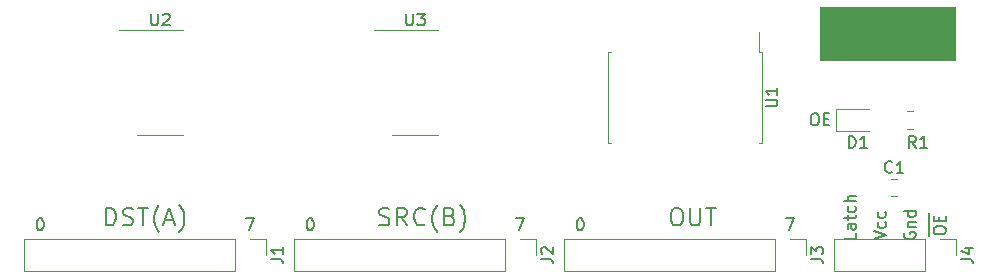
<source format=gbr>
G04 #@! TF.GenerationSoftware,KiCad,Pcbnew,(5.1.8)-1*
G04 #@! TF.CreationDate,2022-10-10T00:41:52+03:00*
G04 #@! TF.ProjectId,AND,414e442e-6b69-4636-9164-5f7063625858,rev?*
G04 #@! TF.SameCoordinates,Original*
G04 #@! TF.FileFunction,Legend,Top*
G04 #@! TF.FilePolarity,Positive*
%FSLAX46Y46*%
G04 Gerber Fmt 4.6, Leading zero omitted, Abs format (unit mm)*
G04 Created by KiCad (PCBNEW (5.1.8)-1) date 2022-10-10 00:41:52*
%MOMM*%
%LPD*%
G01*
G04 APERTURE LIST*
%ADD10C,0.100000*%
%ADD11C,0.150000*%
%ADD12C,0.200000*%
%ADD13C,0.120000*%
G04 APERTURE END LIST*
D10*
G36*
X140970000Y-47625000D02*
G01*
X129540000Y-47625000D01*
X129540000Y-43180000D01*
X140970000Y-43180000D01*
X140970000Y-47625000D01*
G37*
X140970000Y-47625000D02*
X129540000Y-47625000D01*
X129540000Y-43180000D01*
X140970000Y-43180000D01*
X140970000Y-47625000D01*
D11*
X128992380Y-52157380D02*
X129182857Y-52157380D01*
X129278095Y-52205000D01*
X129373333Y-52300238D01*
X129420952Y-52490714D01*
X129420952Y-52824047D01*
X129373333Y-53014523D01*
X129278095Y-53109761D01*
X129182857Y-53157380D01*
X128992380Y-53157380D01*
X128897142Y-53109761D01*
X128801904Y-53014523D01*
X128754285Y-52824047D01*
X128754285Y-52490714D01*
X128801904Y-52300238D01*
X128897142Y-52205000D01*
X128992380Y-52157380D01*
X129849523Y-52633571D02*
X130182857Y-52633571D01*
X130325714Y-53157380D02*
X129849523Y-53157380D01*
X129849523Y-52157380D01*
X130325714Y-52157380D01*
X136660000Y-62237857D02*
X136612380Y-62333095D01*
X136612380Y-62475952D01*
X136660000Y-62618809D01*
X136755238Y-62714047D01*
X136850476Y-62761666D01*
X137040952Y-62809285D01*
X137183809Y-62809285D01*
X137374285Y-62761666D01*
X137469523Y-62714047D01*
X137564761Y-62618809D01*
X137612380Y-62475952D01*
X137612380Y-62380714D01*
X137564761Y-62237857D01*
X137517142Y-62190238D01*
X137183809Y-62190238D01*
X137183809Y-62380714D01*
X136945714Y-61761666D02*
X137612380Y-61761666D01*
X137040952Y-61761666D02*
X136993333Y-61714047D01*
X136945714Y-61618809D01*
X136945714Y-61475952D01*
X136993333Y-61380714D01*
X137088571Y-61333095D01*
X137612380Y-61333095D01*
X137612380Y-60428333D02*
X136612380Y-60428333D01*
X137564761Y-60428333D02*
X137612380Y-60523571D01*
X137612380Y-60714047D01*
X137564761Y-60809285D01*
X137517142Y-60856904D01*
X137421904Y-60904523D01*
X137136190Y-60904523D01*
X137040952Y-60856904D01*
X136993333Y-60809285D01*
X136945714Y-60714047D01*
X136945714Y-60523571D01*
X136993333Y-60428333D01*
X134072380Y-62785476D02*
X135072380Y-62452142D01*
X134072380Y-62118809D01*
X135024761Y-61356904D02*
X135072380Y-61452142D01*
X135072380Y-61642619D01*
X135024761Y-61737857D01*
X134977142Y-61785476D01*
X134881904Y-61833095D01*
X134596190Y-61833095D01*
X134500952Y-61785476D01*
X134453333Y-61737857D01*
X134405714Y-61642619D01*
X134405714Y-61452142D01*
X134453333Y-61356904D01*
X135024761Y-60499761D02*
X135072380Y-60595000D01*
X135072380Y-60785476D01*
X135024761Y-60880714D01*
X134977142Y-60928333D01*
X134881904Y-60975952D01*
X134596190Y-60975952D01*
X134500952Y-60928333D01*
X134453333Y-60880714D01*
X134405714Y-60785476D01*
X134405714Y-60595000D01*
X134453333Y-60499761D01*
X138785000Y-62571190D02*
X138785000Y-61523571D01*
X139152380Y-62142619D02*
X139152380Y-61952142D01*
X139200000Y-61856904D01*
X139295238Y-61761666D01*
X139485714Y-61714047D01*
X139819047Y-61714047D01*
X140009523Y-61761666D01*
X140104761Y-61856904D01*
X140152380Y-61952142D01*
X140152380Y-62142619D01*
X140104761Y-62237857D01*
X140009523Y-62333095D01*
X139819047Y-62380714D01*
X139485714Y-62380714D01*
X139295238Y-62333095D01*
X139200000Y-62237857D01*
X139152380Y-62142619D01*
X138785000Y-61523571D02*
X138785000Y-60618809D01*
X139628571Y-61285476D02*
X139628571Y-60952142D01*
X140152380Y-60809285D02*
X140152380Y-61285476D01*
X139152380Y-61285476D01*
X139152380Y-60809285D01*
X132532380Y-62269523D02*
X132532380Y-62745714D01*
X131532380Y-62745714D01*
X132532380Y-61507619D02*
X132008571Y-61507619D01*
X131913333Y-61555238D01*
X131865714Y-61650476D01*
X131865714Y-61840952D01*
X131913333Y-61936190D01*
X132484761Y-61507619D02*
X132532380Y-61602857D01*
X132532380Y-61840952D01*
X132484761Y-61936190D01*
X132389523Y-61983809D01*
X132294285Y-61983809D01*
X132199047Y-61936190D01*
X132151428Y-61840952D01*
X132151428Y-61602857D01*
X132103809Y-61507619D01*
X131865714Y-61174285D02*
X131865714Y-60793333D01*
X131532380Y-61031428D02*
X132389523Y-61031428D01*
X132484761Y-60983809D01*
X132532380Y-60888571D01*
X132532380Y-60793333D01*
X132484761Y-60031428D02*
X132532380Y-60126666D01*
X132532380Y-60317142D01*
X132484761Y-60412380D01*
X132437142Y-60460000D01*
X132341904Y-60507619D01*
X132056190Y-60507619D01*
X131960952Y-60460000D01*
X131913333Y-60412380D01*
X131865714Y-60317142D01*
X131865714Y-60126666D01*
X131913333Y-60031428D01*
X132532380Y-59602857D02*
X131532380Y-59602857D01*
X132532380Y-59174285D02*
X132008571Y-59174285D01*
X131913333Y-59221904D01*
X131865714Y-59317142D01*
X131865714Y-59460000D01*
X131913333Y-59555238D01*
X131960952Y-59602857D01*
X126666666Y-61047380D02*
X127333333Y-61047380D01*
X126904761Y-62047380D01*
X109172380Y-61047380D02*
X109267619Y-61047380D01*
X109362857Y-61095000D01*
X109410476Y-61142619D01*
X109458095Y-61237857D01*
X109505714Y-61428333D01*
X109505714Y-61666428D01*
X109458095Y-61856904D01*
X109410476Y-61952142D01*
X109362857Y-61999761D01*
X109267619Y-62047380D01*
X109172380Y-62047380D01*
X109077142Y-61999761D01*
X109029523Y-61952142D01*
X108981904Y-61856904D01*
X108934285Y-61666428D01*
X108934285Y-61428333D01*
X108981904Y-61237857D01*
X109029523Y-61142619D01*
X109077142Y-61095000D01*
X109172380Y-61047380D01*
X103806666Y-61047380D02*
X104473333Y-61047380D01*
X104044761Y-62047380D01*
X86312380Y-61047380D02*
X86407619Y-61047380D01*
X86502857Y-61095000D01*
X86550476Y-61142619D01*
X86598095Y-61237857D01*
X86645714Y-61428333D01*
X86645714Y-61666428D01*
X86598095Y-61856904D01*
X86550476Y-61952142D01*
X86502857Y-61999761D01*
X86407619Y-62047380D01*
X86312380Y-62047380D01*
X86217142Y-61999761D01*
X86169523Y-61952142D01*
X86121904Y-61856904D01*
X86074285Y-61666428D01*
X86074285Y-61428333D01*
X86121904Y-61237857D01*
X86169523Y-61142619D01*
X86217142Y-61095000D01*
X86312380Y-61047380D01*
X80946666Y-61047380D02*
X81613333Y-61047380D01*
X81184761Y-62047380D01*
X63452380Y-61047380D02*
X63547619Y-61047380D01*
X63642857Y-61095000D01*
X63690476Y-61142619D01*
X63738095Y-61237857D01*
X63785714Y-61428333D01*
X63785714Y-61666428D01*
X63738095Y-61856904D01*
X63690476Y-61952142D01*
X63642857Y-61999761D01*
X63547619Y-62047380D01*
X63452380Y-62047380D01*
X63357142Y-61999761D01*
X63309523Y-61952142D01*
X63261904Y-61856904D01*
X63214285Y-61666428D01*
X63214285Y-61428333D01*
X63261904Y-61237857D01*
X63309523Y-61142619D01*
X63357142Y-61095000D01*
X63452380Y-61047380D01*
D12*
X117245000Y-60138571D02*
X117530714Y-60138571D01*
X117673571Y-60210000D01*
X117816428Y-60352857D01*
X117887857Y-60638571D01*
X117887857Y-61138571D01*
X117816428Y-61424285D01*
X117673571Y-61567142D01*
X117530714Y-61638571D01*
X117245000Y-61638571D01*
X117102142Y-61567142D01*
X116959285Y-61424285D01*
X116887857Y-61138571D01*
X116887857Y-60638571D01*
X116959285Y-60352857D01*
X117102142Y-60210000D01*
X117245000Y-60138571D01*
X118530714Y-60138571D02*
X118530714Y-61352857D01*
X118602142Y-61495714D01*
X118673571Y-61567142D01*
X118816428Y-61638571D01*
X119102142Y-61638571D01*
X119245000Y-61567142D01*
X119316428Y-61495714D01*
X119387857Y-61352857D01*
X119387857Y-60138571D01*
X119887857Y-60138571D02*
X120745000Y-60138571D01*
X120316428Y-61638571D02*
X120316428Y-60138571D01*
X92206428Y-61567142D02*
X92420714Y-61638571D01*
X92777857Y-61638571D01*
X92920714Y-61567142D01*
X92992142Y-61495714D01*
X93063571Y-61352857D01*
X93063571Y-61210000D01*
X92992142Y-61067142D01*
X92920714Y-60995714D01*
X92777857Y-60924285D01*
X92492142Y-60852857D01*
X92349285Y-60781428D01*
X92277857Y-60710000D01*
X92206428Y-60567142D01*
X92206428Y-60424285D01*
X92277857Y-60281428D01*
X92349285Y-60210000D01*
X92492142Y-60138571D01*
X92849285Y-60138571D01*
X93063571Y-60210000D01*
X94563571Y-61638571D02*
X94063571Y-60924285D01*
X93706428Y-61638571D02*
X93706428Y-60138571D01*
X94277857Y-60138571D01*
X94420714Y-60210000D01*
X94492142Y-60281428D01*
X94563571Y-60424285D01*
X94563571Y-60638571D01*
X94492142Y-60781428D01*
X94420714Y-60852857D01*
X94277857Y-60924285D01*
X93706428Y-60924285D01*
X96063571Y-61495714D02*
X95992142Y-61567142D01*
X95777857Y-61638571D01*
X95635000Y-61638571D01*
X95420714Y-61567142D01*
X95277857Y-61424285D01*
X95206428Y-61281428D01*
X95135000Y-60995714D01*
X95135000Y-60781428D01*
X95206428Y-60495714D01*
X95277857Y-60352857D01*
X95420714Y-60210000D01*
X95635000Y-60138571D01*
X95777857Y-60138571D01*
X95992142Y-60210000D01*
X96063571Y-60281428D01*
X97135000Y-62210000D02*
X97063571Y-62138571D01*
X96920714Y-61924285D01*
X96849285Y-61781428D01*
X96777857Y-61567142D01*
X96706428Y-61210000D01*
X96706428Y-60924285D01*
X96777857Y-60567142D01*
X96849285Y-60352857D01*
X96920714Y-60210000D01*
X97063571Y-59995714D01*
X97135000Y-59924285D01*
X98206428Y-60852857D02*
X98420714Y-60924285D01*
X98492142Y-60995714D01*
X98563571Y-61138571D01*
X98563571Y-61352857D01*
X98492142Y-61495714D01*
X98420714Y-61567142D01*
X98277857Y-61638571D01*
X97706428Y-61638571D01*
X97706428Y-60138571D01*
X98206428Y-60138571D01*
X98349285Y-60210000D01*
X98420714Y-60281428D01*
X98492142Y-60424285D01*
X98492142Y-60567142D01*
X98420714Y-60710000D01*
X98349285Y-60781428D01*
X98206428Y-60852857D01*
X97706428Y-60852857D01*
X99063571Y-62210000D02*
X99135000Y-62138571D01*
X99277857Y-61924285D01*
X99349285Y-61781428D01*
X99420714Y-61567142D01*
X99492142Y-61210000D01*
X99492142Y-60924285D01*
X99420714Y-60567142D01*
X99349285Y-60352857D01*
X99277857Y-60210000D01*
X99135000Y-59995714D01*
X99063571Y-59924285D01*
X69068571Y-61638571D02*
X69068571Y-60138571D01*
X69425714Y-60138571D01*
X69640000Y-60210000D01*
X69782857Y-60352857D01*
X69854285Y-60495714D01*
X69925714Y-60781428D01*
X69925714Y-60995714D01*
X69854285Y-61281428D01*
X69782857Y-61424285D01*
X69640000Y-61567142D01*
X69425714Y-61638571D01*
X69068571Y-61638571D01*
X70497142Y-61567142D02*
X70711428Y-61638571D01*
X71068571Y-61638571D01*
X71211428Y-61567142D01*
X71282857Y-61495714D01*
X71354285Y-61352857D01*
X71354285Y-61210000D01*
X71282857Y-61067142D01*
X71211428Y-60995714D01*
X71068571Y-60924285D01*
X70782857Y-60852857D01*
X70640000Y-60781428D01*
X70568571Y-60710000D01*
X70497142Y-60567142D01*
X70497142Y-60424285D01*
X70568571Y-60281428D01*
X70640000Y-60210000D01*
X70782857Y-60138571D01*
X71140000Y-60138571D01*
X71354285Y-60210000D01*
X71782857Y-60138571D02*
X72640000Y-60138571D01*
X72211428Y-61638571D02*
X72211428Y-60138571D01*
X73568571Y-62210000D02*
X73497142Y-62138571D01*
X73354285Y-61924285D01*
X73282857Y-61781428D01*
X73211428Y-61567142D01*
X73140000Y-61210000D01*
X73140000Y-60924285D01*
X73211428Y-60567142D01*
X73282857Y-60352857D01*
X73354285Y-60210000D01*
X73497142Y-59995714D01*
X73568571Y-59924285D01*
X74068571Y-61210000D02*
X74782857Y-61210000D01*
X73925714Y-61638571D02*
X74425714Y-60138571D01*
X74925714Y-61638571D01*
X75282857Y-62210000D02*
X75354285Y-62138571D01*
X75497142Y-61924285D01*
X75568571Y-61781428D01*
X75640000Y-61567142D01*
X75711428Y-61210000D01*
X75711428Y-60924285D01*
X75640000Y-60567142D01*
X75568571Y-60352857D01*
X75497142Y-60210000D01*
X75354285Y-59995714D01*
X75282857Y-59924285D01*
D13*
X130750000Y-62805000D02*
X130750000Y-65465000D01*
X138430000Y-62805000D02*
X130750000Y-62805000D01*
X138430000Y-65465000D02*
X130750000Y-65465000D01*
X138430000Y-62805000D02*
X138430000Y-65465000D01*
X139700000Y-62805000D02*
X141030000Y-62805000D01*
X141030000Y-62805000D02*
X141030000Y-64135000D01*
X107890000Y-62805000D02*
X107890000Y-65465000D01*
X125730000Y-62805000D02*
X107890000Y-62805000D01*
X125730000Y-65465000D02*
X107890000Y-65465000D01*
X125730000Y-62805000D02*
X125730000Y-65465000D01*
X127000000Y-62805000D02*
X128330000Y-62805000D01*
X128330000Y-62805000D02*
X128330000Y-64135000D01*
X85030000Y-62805000D02*
X85030000Y-65465000D01*
X102870000Y-62805000D02*
X85030000Y-62805000D01*
X102870000Y-65465000D02*
X85030000Y-65465000D01*
X102870000Y-62805000D02*
X102870000Y-65465000D01*
X104140000Y-62805000D02*
X105470000Y-62805000D01*
X105470000Y-62805000D02*
X105470000Y-64135000D01*
X62170000Y-62805000D02*
X62170000Y-65465000D01*
X80010000Y-62805000D02*
X62170000Y-62805000D01*
X80010000Y-65465000D02*
X62170000Y-65465000D01*
X80010000Y-62805000D02*
X80010000Y-65465000D01*
X81280000Y-62805000D02*
X82610000Y-62805000D01*
X82610000Y-62805000D02*
X82610000Y-64135000D01*
X124385000Y-46940000D02*
X124385000Y-45250000D01*
X124620000Y-46940000D02*
X124385000Y-46940000D01*
X124620000Y-50800000D02*
X124620000Y-46940000D01*
X124620000Y-54660000D02*
X124385000Y-54660000D01*
X124620000Y-50800000D02*
X124620000Y-54660000D01*
X111600000Y-46940000D02*
X111835000Y-46940000D01*
X111600000Y-50800000D02*
X111600000Y-46940000D01*
X111600000Y-54660000D02*
X111835000Y-54660000D01*
X111600000Y-50800000D02*
X111600000Y-54660000D01*
X73660000Y-45095000D02*
X70210000Y-45095000D01*
X73660000Y-45095000D02*
X75610000Y-45095000D01*
X73660000Y-53965000D02*
X71710000Y-53965000D01*
X73660000Y-53965000D02*
X75610000Y-53965000D01*
X95250000Y-53965000D02*
X97200000Y-53965000D01*
X95250000Y-53965000D02*
X93300000Y-53965000D01*
X95250000Y-45095000D02*
X97200000Y-45095000D01*
X95250000Y-45095000D02*
X91800000Y-45095000D01*
X135543748Y-57685000D02*
X136066252Y-57685000D01*
X135543748Y-59155000D02*
X136066252Y-59155000D01*
X133715000Y-51745000D02*
X130855000Y-51745000D01*
X130855000Y-51745000D02*
X130855000Y-53665000D01*
X130855000Y-53665000D02*
X133715000Y-53665000D01*
X136932936Y-51970000D02*
X137387064Y-51970000D01*
X136932936Y-53440000D02*
X137387064Y-53440000D01*
D11*
X141482380Y-64468333D02*
X142196666Y-64468333D01*
X142339523Y-64515952D01*
X142434761Y-64611190D01*
X142482380Y-64754047D01*
X142482380Y-64849285D01*
X141815714Y-63563571D02*
X142482380Y-63563571D01*
X141434761Y-63801666D02*
X142149047Y-64039761D01*
X142149047Y-63420714D01*
X128782380Y-64468333D02*
X129496666Y-64468333D01*
X129639523Y-64515952D01*
X129734761Y-64611190D01*
X129782380Y-64754047D01*
X129782380Y-64849285D01*
X128782380Y-64087380D02*
X128782380Y-63468333D01*
X129163333Y-63801666D01*
X129163333Y-63658809D01*
X129210952Y-63563571D01*
X129258571Y-63515952D01*
X129353809Y-63468333D01*
X129591904Y-63468333D01*
X129687142Y-63515952D01*
X129734761Y-63563571D01*
X129782380Y-63658809D01*
X129782380Y-63944523D01*
X129734761Y-64039761D01*
X129687142Y-64087380D01*
X105922380Y-64468333D02*
X106636666Y-64468333D01*
X106779523Y-64515952D01*
X106874761Y-64611190D01*
X106922380Y-64754047D01*
X106922380Y-64849285D01*
X106017619Y-64039761D02*
X105970000Y-63992142D01*
X105922380Y-63896904D01*
X105922380Y-63658809D01*
X105970000Y-63563571D01*
X106017619Y-63515952D01*
X106112857Y-63468333D01*
X106208095Y-63468333D01*
X106350952Y-63515952D01*
X106922380Y-64087380D01*
X106922380Y-63468333D01*
X83062380Y-64468333D02*
X83776666Y-64468333D01*
X83919523Y-64515952D01*
X84014761Y-64611190D01*
X84062380Y-64754047D01*
X84062380Y-64849285D01*
X84062380Y-63468333D02*
X84062380Y-64039761D01*
X84062380Y-63754047D02*
X83062380Y-63754047D01*
X83205238Y-63849285D01*
X83300476Y-63944523D01*
X83348095Y-64039761D01*
X124912380Y-51561904D02*
X125721904Y-51561904D01*
X125817142Y-51514285D01*
X125864761Y-51466666D01*
X125912380Y-51371428D01*
X125912380Y-51180952D01*
X125864761Y-51085714D01*
X125817142Y-51038095D01*
X125721904Y-50990476D01*
X124912380Y-50990476D01*
X125912380Y-49990476D02*
X125912380Y-50561904D01*
X125912380Y-50276190D02*
X124912380Y-50276190D01*
X125055238Y-50371428D01*
X125150476Y-50466666D01*
X125198095Y-50561904D01*
X72898095Y-43702380D02*
X72898095Y-44511904D01*
X72945714Y-44607142D01*
X72993333Y-44654761D01*
X73088571Y-44702380D01*
X73279047Y-44702380D01*
X73374285Y-44654761D01*
X73421904Y-44607142D01*
X73469523Y-44511904D01*
X73469523Y-43702380D01*
X73898095Y-43797619D02*
X73945714Y-43750000D01*
X74040952Y-43702380D01*
X74279047Y-43702380D01*
X74374285Y-43750000D01*
X74421904Y-43797619D01*
X74469523Y-43892857D01*
X74469523Y-43988095D01*
X74421904Y-44130952D01*
X73850476Y-44702380D01*
X74469523Y-44702380D01*
X94488095Y-43702380D02*
X94488095Y-44511904D01*
X94535714Y-44607142D01*
X94583333Y-44654761D01*
X94678571Y-44702380D01*
X94869047Y-44702380D01*
X94964285Y-44654761D01*
X95011904Y-44607142D01*
X95059523Y-44511904D01*
X95059523Y-43702380D01*
X95440476Y-43702380D02*
X96059523Y-43702380D01*
X95726190Y-44083333D01*
X95869047Y-44083333D01*
X95964285Y-44130952D01*
X96011904Y-44178571D01*
X96059523Y-44273809D01*
X96059523Y-44511904D01*
X96011904Y-44607142D01*
X95964285Y-44654761D01*
X95869047Y-44702380D01*
X95583333Y-44702380D01*
X95488095Y-44654761D01*
X95440476Y-44607142D01*
X135638333Y-57097142D02*
X135590714Y-57144761D01*
X135447857Y-57192380D01*
X135352619Y-57192380D01*
X135209761Y-57144761D01*
X135114523Y-57049523D01*
X135066904Y-56954285D01*
X135019285Y-56763809D01*
X135019285Y-56620952D01*
X135066904Y-56430476D01*
X135114523Y-56335238D01*
X135209761Y-56240000D01*
X135352619Y-56192380D01*
X135447857Y-56192380D01*
X135590714Y-56240000D01*
X135638333Y-56287619D01*
X136590714Y-57192380D02*
X136019285Y-57192380D01*
X136305000Y-57192380D02*
X136305000Y-56192380D01*
X136209761Y-56335238D01*
X136114523Y-56430476D01*
X136019285Y-56478095D01*
X131976904Y-55062380D02*
X131976904Y-54062380D01*
X132215000Y-54062380D01*
X132357857Y-54110000D01*
X132453095Y-54205238D01*
X132500714Y-54300476D01*
X132548333Y-54490952D01*
X132548333Y-54633809D01*
X132500714Y-54824285D01*
X132453095Y-54919523D01*
X132357857Y-55014761D01*
X132215000Y-55062380D01*
X131976904Y-55062380D01*
X133500714Y-55062380D02*
X132929285Y-55062380D01*
X133215000Y-55062380D02*
X133215000Y-54062380D01*
X133119761Y-54205238D01*
X133024523Y-54300476D01*
X132929285Y-54348095D01*
X137628333Y-55062380D02*
X137295000Y-54586190D01*
X137056904Y-55062380D02*
X137056904Y-54062380D01*
X137437857Y-54062380D01*
X137533095Y-54110000D01*
X137580714Y-54157619D01*
X137628333Y-54252857D01*
X137628333Y-54395714D01*
X137580714Y-54490952D01*
X137533095Y-54538571D01*
X137437857Y-54586190D01*
X137056904Y-54586190D01*
X138580714Y-55062380D02*
X138009285Y-55062380D01*
X138295000Y-55062380D02*
X138295000Y-54062380D01*
X138199761Y-54205238D01*
X138104523Y-54300476D01*
X138009285Y-54348095D01*
M02*

</source>
